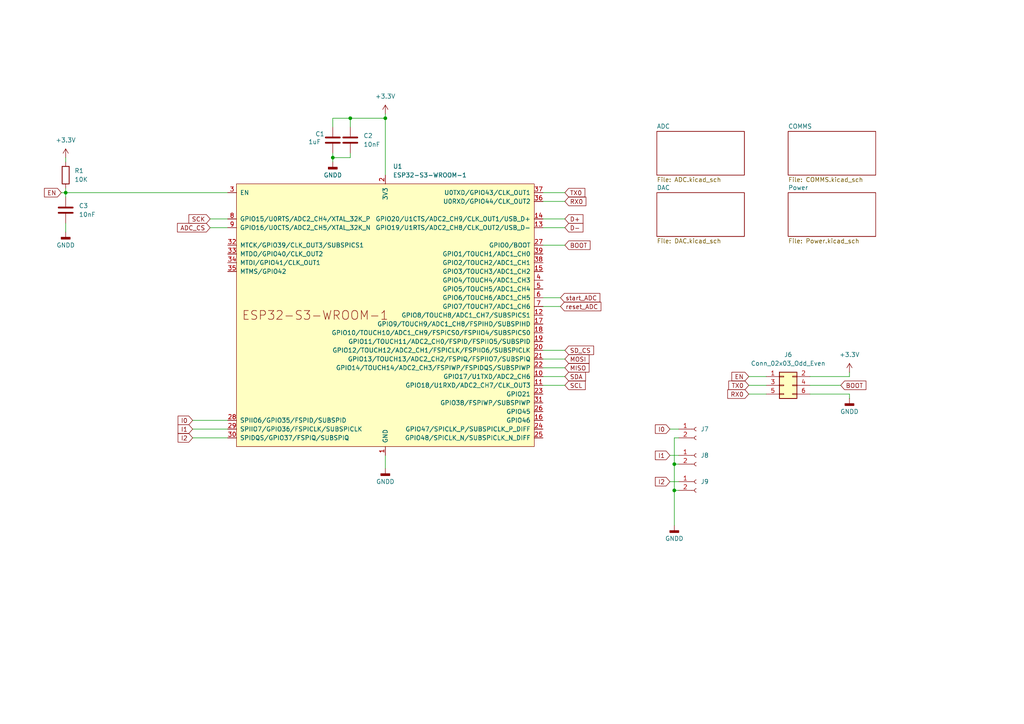
<source format=kicad_sch>
(kicad_sch (version 20231120) (generator "eeschema") (generator_version "8.0")
  (paper "A4")
  (lib_symbols
    (symbol "Connector:Conn_01x02_Socket" (pin_names (offset 1.016) hide)
      (property "Reference" "J" (at 0 2.54 0))
      (property "Value" "Conn_01x02_Socket" (at 0 -5.08 0))
      (symbol "Conn_01x02_Socket_1_1"
        (arc (start 0 -2.032) (mid -0.5058 -2.54) (end 0 -3.048) (stroke (width 0.1524)))
        (polyline (pts (xy -1.27 -2.54) (xy -0.508 -2.54)) (stroke (width 0.1524)))
        (polyline (pts (xy -1.27 0) (xy -0.508 0)) (stroke (width 0.1524)))
        (arc (start 0 0.508) (mid -0.5058 0) (end 0 -0.508) (stroke (width 0.1524)))
        (pin passive line (at -5.08 0 0) (length 3.81) (name "Pin_1") (number "1"))
        (pin passive line (at -5.08 -2.54 0) (length 3.81) (name "Pin_2") (number "2"))
      )
    )
    (symbol "Connector_Generic:Conn_02x03_Odd_Even" (pin_names (offset 1.016) hide)
      (property "Reference" "J" (at 1.27 5.08 0))
      (property "Value" "Conn_02x03_Odd_Even" (at 1.27 -5.08 0))
      (symbol "Conn_02x03_Odd_Even_1_1"
        (rectangle (start -1.27 -2.413) (end 0 -2.667) (stroke (width 0.1524)))
        (rectangle (start -1.27 0.127) (end 0 -0.127) (stroke (width 0.1524)))
        (rectangle (start -1.27 2.667) (end 0 2.413) (stroke (width 0.1524)))
        (rectangle (start -1.27 3.81) (end 3.81 -3.81) (stroke (width 0.254)) (fill (type background)))
        (rectangle (start 3.81 -2.413) (end 2.54 -2.667) (stroke (width 0.1524)))
        (rectangle (start 3.81 0.127) (end 2.54 -0.127) (stroke (width 0.1524)))
        (rectangle (start 3.81 2.667) (end 2.54 2.413) (stroke (width 0.1524)))
        (pin passive line (at -5.08 2.54 0) (length 3.81) (name "Pin_1") (number "1"))
        (pin passive line (at 7.62 2.54 180) (length 3.81) (name "Pin_2") (number "2"))
        (pin passive line (at -5.08 0 0) (length 3.81) (name "Pin_3") (number "3"))
        (pin passive line (at 7.62 0 180) (length 3.81) (name "Pin_4") (number "4"))
        (pin passive line (at -5.08 -2.54 0) (length 3.81) (name "Pin_5") (number "5"))
        (pin passive line (at 7.62 -2.54 180) (length 3.81) (name "Pin_6") (number "6"))
      )
    )
    (symbol "Device:C" (pin_numbers hide) (pin_names (offset 0.254))
      (property "Reference" "C" (at 0.635 2.54 0))
      (property "Value" "C" (at 0.635 -2.54 0))
      (symbol "C_0_1"
        (polyline (pts (xy -2.032 -0.762) (xy 2.032 -0.762)) (stroke (width 0.508)))
        (polyline (pts (xy -2.032 0.762) (xy 2.032 0.762)) (stroke (width 0.508)))
      )
      (symbol "C_1_1"
        (pin passive line (at 0 3.81 270) (length 2.794) (name "~") (number "1"))
        (pin passive line (at 0 -3.81 90) (length 2.794) (name "~") (number "2"))
      )
    )
    (symbol "Device:R" (pin_numbers hide) (pin_names (offset 0))
      (property "Reference" "R" (at 2.032 0 90))
      (property "Value" "R" (at 0 0 90))
      (symbol "R_0_1"
        (rectangle (start -1.016 -2.54) (end 1.016 2.54) (stroke (width 0.254)))
      )
      (symbol "R_1_1"
        (pin passive line (at 0 3.81 270) (length 1.27) (name "~") (number "1"))
        (pin passive line (at 0 -3.81 90) (length 1.27) (name "~") (number "2"))
      )
    )
    (symbol "Espressif:ESP32-S3-WROOM-1" (pin_names (offset 1.016))
      (property "Reference" "U" (at -43.18 43.18 0))
      (property "Value" "ESP32-S3-WROOM-1" (at -43.18 40.64 0))
      (symbol "ESP32-S3-WROOM-1_0_0"
        (text "ESP32-S3-WROOM-1" (at -20.32 0 0) (effects (font (size 2.54 2.54))))
        (pin power_in line (at 0 -40.64 90) (length 2.54) (name "GND") (number "1"))
        (pin bidirectional line (at 45.72 -17.78 180) (length 2.54) (name "GPIO17/U1TXD/ADC2_CH6") (number "10"))
        (pin bidirectional line (at 45.72 -20.32 180) (length 2.54) (name "GPIO18/U1RXD/ADC2_CH7/CLK_OUT3") (number "11"))
        (pin bidirectional line (at 45.72 0 180) (length 2.54) (name "GPIO8/TOUCH8/ADC1_CH7/SUBSPICS1") (number "12"))
        (pin bidirectional line (at 45.72 25.4 180) (length 2.54) (name "GPIO19/U1RTS/ADC2_CH8/CLK_OUT2/USB_D-") (number "13"))
        (pin bidirectional line (at 45.72 27.94 180) (length 2.54) (name "GPIO20/U1CTS/ADC2_CH9/CLK_OUT1/USB_D+") (number "14"))
        (pin bidirectional line (at 45.72 12.7 180) (length 2.54) (name "GPIO3/TOUCH3/ADC1_CH2") (number "15"))
        (pin bidirectional line (at 45.72 -30.48 180) (length 2.54) (name "GPIO46") (number "16"))
        (pin bidirectional line (at 45.72 -2.54 180) (length 2.54) (name "GPIO9/TOUCH9/ADC1_CH8/FSPIHD/SUBSPIHD") (number "17"))
        (pin bidirectional line (at 45.72 -5.08 180) (length 2.54) (name "GPIO10/TOUCH10/ADC1_CH9/FSPICS0/FSPIIO4/SUBSPICS0") (number "18"))
        (pin bidirectional line (at 45.72 -7.62 180) (length 2.54) (name "GPIO11/TOUCH11/ADC2_CH0/FSPID/FSPIIO5/SUBSPID") (number "19"))
        (pin power_in line (at 0 40.64 270) (length 2.54) (name "3V3") (number "2"))
        (pin bidirectional line (at 45.72 -10.16 180) (length 2.54) (name "GPIO12/TOUCH12/ADC2_CH1/FSPICLK/FSPIIO6/SUBSPICLK") (number "20"))
        (pin bidirectional line (at 45.72 -12.7 180) (length 2.54) (name "GPIO13/TOUCH13/ADC2_CH2/FSPIQ/FSPIIO7/SUBSPIQ") (number "21"))
        (pin bidirectional line (at 45.72 -15.24 180) (length 2.54) (name "GPIO14/TOUCH14/ADC2_CH3/FSPIWP/FSPIDQS/SUBSPIWP") (number "22"))
        (pin bidirectional line (at 45.72 -22.86 180) (length 2.54) (name "GPIO21") (number "23"))
        (pin bidirectional line (at 45.72 -33.02 180) (length 2.54) (name "GPIO47/SPICLK_P/SUBSPICLK_P_DIFF") (number "24"))
        (pin bidirectional line (at 45.72 -35.56 180) (length 2.54) (name "GPIO48/SPICLK_N/SUBSPICLK_N_DIFF") (number "25"))
        (pin bidirectional line (at 45.72 -27.94 180) (length 2.54) (name "GPIO45") (number "26"))
        (pin bidirectional line (at 45.72 20.32 180) (length 2.54) (name "GPIO0/BOOT") (number "27"))
        (pin bidirectional line (at -45.72 -30.48 0) (length 2.54) (name "SPIIO6/GPIO35/FSPID/SUBSPID") (number "28"))
        (pin bidirectional line (at -45.72 -33.02 0) (length 2.54) (name "SPIIO7/GPIO36/FSPICLK/SUBSPICLK") (number "29"))
        (pin input line (at -45.72 35.56 0) (length 2.54) (name "EN") (number "3"))
        (pin bidirectional line (at -45.72 -35.56 0) (length 2.54) (name "SPIDQS/GPIO37/FSPIQ/SUBSPIQ") (number "30"))
        (pin bidirectional line (at 45.72 -25.4 180) (length 2.54) (name "GPIO38/FSPIWP/SUBSPIWP") (number "31"))
        (pin bidirectional line (at -45.72 20.32 0) (length 2.54) (name "MTCK/GPIO39/CLK_OUT3/SUBSPICS1") (number "32"))
        (pin bidirectional line (at -45.72 17.78 0) (length 2.54) (name "MTDO/GPIO40/CLK_OUT2") (number "33"))
        (pin bidirectional line (at -45.72 15.24 0) (length 2.54) (name "MTDI/GPIO41/CLK_OUT1") (number "34"))
        (pin bidirectional line (at -45.72 12.7 0) (length 2.54) (name "MTMS/GPIO42") (number "35"))
        (pin bidirectional line (at 45.72 33.02 180) (length 2.54) (name "U0RXD/GPIO44/CLK_OUT2") (number "36"))
        (pin bidirectional line (at 45.72 35.56 180) (length 2.54) (name "U0TXD/GPIO43/CLK_OUT1") (number "37"))
        (pin bidirectional line (at 45.72 15.24 180) (length 2.54) (name "GPIO2/TOUCH2/ADC1_CH1") (number "38"))
        (pin bidirectional line (at 45.72 17.78 180) (length 2.54) (name "GPIO1/TOUCH1/ADC1_CH0") (number "39"))
        (pin bidirectional line (at 45.72 10.16 180) (length 2.54) (name "GPIO4/TOUCH4/ADC1_CH3") (number "4"))
        (pin passive line (at 0 -40.64 90) (length 2.54) hide (name "GND") (number "40"))
        (pin passive line (at 0 -40.64 90) (length 2.54) hide (name "GND") (number "41"))
        (pin bidirectional line (at 45.72 7.62 180) (length 2.54) (name "GPIO5/TOUCH5/ADC1_CH4") (number "5"))
        (pin bidirectional line (at 45.72 5.08 180) (length 2.54) (name "GPIO6/TOUCH6/ADC1_CH5") (number "6"))
        (pin bidirectional line (at 45.72 2.54 180) (length 2.54) (name "GPIO7/TOUCH7/ADC1_CH6") (number "7"))
        (pin bidirectional line (at -45.72 27.94 0) (length 2.54) (name "GPIO15/U0RTS/ADC2_CH4/XTAL_32K_P") (number "8"))
        (pin bidirectional line (at -45.72 25.4 0) (length 2.54) (name "GPIO16/U0CTS/ADC2_CH5/XTAL_32K_N") (number "9"))
      )
      (symbol "ESP32-S3-WROOM-1_0_1"
        (rectangle (start -43.18 38.1) (end 43.18 -38.1) (fill (type background)))
      )
    )
    (symbol "power:+3.3V" (power) (pin_numbers hide) (pin_names (offset 0) hide)
      (property "Value" "+3.3V" (at 0 3.556 0))
      (symbol "+3.3V_0_1"
        (polyline (pts (xy -0.762 1.27) (xy 0 2.54)))
        (polyline (pts (xy 0 0) (xy 0 2.54)))
        (polyline (pts (xy 0 2.54) (xy 0.762 1.27)))
      )
      (symbol "+3.3V_1_1"
        (pin power_in line (at 0 0 90) (length 0) (name "~") (number "1"))
      )
    )
    (symbol "power:GNDD" (power) (pin_numbers hide) (pin_names (offset 0) hide)
      (property "Value" "GNDD" (at 0 -3.175 0))
      (symbol "GNDD_0_1"
        (rectangle (start -1.27 -1.524) (end 1.27 -2.032) (stroke (width 0.254)) (fill (type outline)))
        (polyline (pts (xy 0 0) (xy 0 -1.524)))
      )
      (symbol "GNDD_1_1"
        (pin power_in line (at 0 0 270) (length 0) (name "~") (number "1"))
      )
    )
  )
  (junction (at 101.6 34.29))
  (junction (at 195.58 134.62))
  (junction (at 96.52 45.72))
  (junction (at 19.05 55.88))
  (junction (at 111.76 34.29))
  (junction (at 195.58 142.24))
  (wire (pts (xy 194.31 139.7) (xy 196.85 139.7)))
  (wire (pts (xy 101.6 34.29) (xy 101.6 36.83)))
  (wire (pts (xy 157.48 101.6) (xy 163.83 101.6)))
  (wire (pts (xy 111.76 33.02) (xy 111.76 34.29)))
  (wire (pts (xy 96.52 44.45) (xy 96.52 45.72)))
  (wire (pts (xy 217.17 114.3) (xy 222.25 114.3)))
  (wire (pts (xy 157.48 71.12) (xy 163.83 71.12)))
  (wire (pts (xy 234.95 114.3) (xy 246.38 114.3)))
  (wire (pts (xy 157.48 63.5) (xy 163.83 63.5)))
  (wire (pts (xy 101.6 34.29) (xy 111.76 34.29)))
  (wire (pts (xy 111.76 34.29) (xy 111.76 50.8)))
  (wire (pts (xy 60.96 63.5) (xy 66.04 63.5)))
  (wire (pts (xy 19.05 55.88) (xy 19.05 57.15)))
  (wire (pts (xy 195.58 142.24) (xy 195.58 152.4)))
  (wire (pts (xy 246.38 109.22) (xy 246.38 107.95)))
  (wire (pts (xy 96.52 45.72) (xy 96.52 46.99)))
  (wire (pts (xy 157.48 106.68) (xy 163.83 106.68)))
  (wire (pts (xy 19.05 55.88) (xy 66.04 55.88)))
  (wire (pts (xy 157.48 88.9) (xy 162.56 88.9)))
  (wire (pts (xy 195.58 127) (xy 196.85 127)))
  (wire (pts (xy 157.48 104.14) (xy 163.83 104.14)))
  (wire (pts (xy 60.96 66.04) (xy 66.04 66.04)))
  (wire (pts (xy 101.6 44.45) (xy 101.6 45.72)))
  (wire (pts (xy 217.17 111.76) (xy 222.25 111.76)))
  (wire (pts (xy 163.83 58.42) (xy 157.48 58.42)))
  (wire (pts (xy 157.48 66.04) (xy 163.83 66.04)))
  (wire (pts (xy 157.48 109.22) (xy 163.83 109.22)))
  (wire (pts (xy 17.78 55.88) (xy 19.05 55.88)))
  (wire (pts (xy 163.83 55.88) (xy 157.48 55.88)))
  (wire (pts (xy 19.05 45.72) (xy 19.05 46.99)))
  (wire (pts (xy 194.31 132.08) (xy 196.85 132.08)))
  (wire (pts (xy 111.76 132.08) (xy 111.76 135.89)))
  (wire (pts (xy 96.52 34.29) (xy 101.6 34.29)))
  (wire (pts (xy 195.58 134.62) (xy 195.58 127)))
  (wire (pts (xy 55.88 127) (xy 66.04 127)))
  (wire (pts (xy 234.95 111.76) (xy 243.84 111.76)))
  (wire (pts (xy 246.38 114.3) (xy 246.38 115.57)))
  (wire (pts (xy 195.58 134.62) (xy 196.85 134.62)))
  (wire (pts (xy 19.05 64.77) (xy 19.05 67.31)))
  (wire (pts (xy 234.95 109.22) (xy 246.38 109.22)))
  (wire (pts (xy 195.58 142.24) (xy 195.58 134.62)))
  (wire (pts (xy 96.52 36.83) (xy 96.52 34.29)))
  (wire (pts (xy 55.88 121.92) (xy 66.04 121.92)))
  (wire (pts (xy 101.6 45.72) (xy 96.52 45.72)))
  (wire (pts (xy 194.31 124.46) (xy 196.85 124.46)))
  (wire (pts (xy 19.05 54.61) (xy 19.05 55.88)))
  (wire (pts (xy 55.88 124.46) (xy 66.04 124.46)))
  (wire (pts (xy 195.58 142.24) (xy 196.85 142.24)))
  (wire (pts (xy 217.17 109.22) (xy 222.25 109.22)))
  (wire (pts (xy 157.48 111.76) (xy 163.83 111.76)))
  (wire (pts (xy 157.48 86.36) (xy 162.56 86.36)))
  (global_label "I2" (shape input) (at 55.88 127 180) (property "Intersheetrefs" "${INTERSHEET_REFS}" (effects (hide yes))))
  (global_label "I2" (shape input) (at 194.31 139.7 180) (property "Intersheetrefs" "${INTERSHEET_REFS}" (effects (hide yes))))
  (global_label "TX0" (shape input) (at 217.17 111.76 180) (property "Intersheetrefs" "${INTERSHEET_REFS}" (effects (hide yes))))
  (global_label "D+" (shape input) (at 163.83 63.5 0) (property "Intersheetrefs" "${INTERSHEET_REFS}" (effects (hide yes))))
  (global_label "I0" (shape input) (at 55.88 121.92 180) (property "Intersheetrefs" "${INTERSHEET_REFS}" (effects (hide yes))))
  (global_label "RX0" (shape input) (at 163.83 58.42 0) (property "Intersheetrefs" "${INTERSHEET_REFS}" (effects (hide yes))))
  (global_label "start_ADC" (shape input) (at 162.56 86.36 0) (property "Intersheetrefs" "${INTERSHEET_REFS}" (effects (hide yes))))
  (global_label "D-" (shape input) (at 163.83 66.04 0) (property "Intersheetrefs" "${INTERSHEET_REFS}" (effects (hide yes))))
  (global_label "MISO" (shape input) (at 163.83 106.68 0) (property "Intersheetrefs" "${INTERSHEET_REFS}" (effects (hide yes))))
  (global_label "BOOT" (shape input) (at 243.84 111.76 0) (property "Intersheetrefs" "${INTERSHEET_REFS}" (effects (hide yes))))
  (global_label "EN" (shape input) (at 17.78 55.88 180) (property "Intersheetrefs" "${INTERSHEET_REFS}" (effects (hide yes))))
  (global_label "EN" (shape input) (at 217.17 109.22 180) (property "Intersheetrefs" "${INTERSHEET_REFS}" (effects (hide yes))))
  (global_label "TX0" (shape input) (at 163.83 55.88 0) (property "Intersheetrefs" "${INTERSHEET_REFS}" (effects (hide yes))))
  (global_label "SDA" (shape input) (at 163.83 109.22 0) (property "Intersheetrefs" "${INTERSHEET_REFS}" (effects (hide yes))))
  (global_label "MOSI" (shape input) (at 163.83 104.14 0) (property "Intersheetrefs" "${INTERSHEET_REFS}" (effects (hide yes))))
  (global_label "I1" (shape input) (at 194.31 132.08 180) (property "Intersheetrefs" "${INTERSHEET_REFS}" (effects (hide yes))))
  (global_label "SD_CS" (shape input) (at 163.83 101.6 0) (property "Intersheetrefs" "${INTERSHEET_REFS}" (effects (hide yes))))
  (global_label "SCL" (shape input) (at 163.83 111.76 0) (property "Intersheetrefs" "${INTERSHEET_REFS}" (effects (hide yes))))
  (global_label "I1" (shape input) (at 55.88 124.46 180) (property "Intersheetrefs" "${INTERSHEET_REFS}" (effects (hide yes))))
  (global_label "SCK" (shape input) (at 60.96 63.5 180) (property "Intersheetrefs" "${INTERSHEET_REFS}" (effects (hide yes))))
  (global_label "I0" (shape input) (at 194.31 124.46 180) (property "Intersheetrefs" "${INTERSHEET_REFS}" (effects (hide yes))))
  (global_label "ADC_CS" (shape input) (at 60.96 66.04 180) (property "Intersheetrefs" "${INTERSHEET_REFS}" (effects (hide yes))))
  (global_label "BOOT" (shape input) (at 163.83 71.12 0) (property "Intersheetrefs" "${INTERSHEET_REFS}" (effects (hide yes))))
  (global_label "reset_ADC" (shape input) (at 162.56 88.9 0) (property "Intersheetrefs" "${INTERSHEET_REFS}" (effects (hide yes))))
  (global_label "RX0" (shape input) (at 217.17 114.3 180) (property "Intersheetrefs" "${INTERSHEET_REFS}" (effects (hide yes))))
  (symbol (lib_id "power:GNDD") (at 246.38 115.57 0) (unit 1)
    (property "Reference" "#PWR093" (effects (hide yes)))
    (property "Value" "GNDD" (at 246.38 119.38 0))
    (property "Description" "Power symbol creates a global label with name \"GNDD\" , digital ground" (effects (hide yes)))
  )
  (symbol (lib_id "Device:C") (at 101.6 40.64 0) (unit 1)
    (property "Reference" "C2" (at 105.41 39.3699 0) (effects (justify left)))
    (property "Value" "10nF" (at 105.41 41.9099 0) (effects (justify left)))
    (property "Footprint" "Capacitor_SMD:C_0603_1608Metric_Pad1.08x0.95mm_HandSolder" (effects (hide yes)))
    (property "Description" "Unpolarized capacitor" (effects (hide yes)))
  )
  (symbol (lib_id "Device:C") (at 96.52 40.64 0) (unit 1)
    (property "Reference" "C1" (at 91.44 38.862 0) (effects (justify left)))
    (property "Value" "1uF" (at 89.408 41.148 0) (effects (justify left)))
    (property "Footprint" "Capacitor_SMD:C_1210_3225Metric_Pad1.33x2.70mm_HandSolder" (effects (hide yes)))
    (property "Description" "Unpolarized capacitor" (effects (hide yes)))
  )
  (symbol (lib_id "power:+3.3V") (at 246.38 107.95 0) (unit 1)
    (property "Reference" "#PWR092" (effects (hide yes)))
    (property "Value" "+3.3V" (at 246.38 102.87 0))
    (property "Description" "Power symbol creates a global label with name \"+3.3V\"" (effects (hide yes)))
  )
  (symbol (lib_id "power:+3.3V") (at 111.76 33.02 0) (unit 1)
    (property "Reference" "#PWR01" (effects (hide yes)))
    (property "Value" "+3.3V" (at 111.76 27.94 0))
    (property "Description" "Power symbol creates a global label with name \"+3.3V\"" (effects (hide yes)))
  )
  (symbol (lib_id "power:GNDD") (at 195.58 152.4 0) (unit 1)
    (property "Reference" "#PWR095" (effects (hide yes)))
    (property "Value" "GNDD" (at 195.58 156.21 0))
    (property "Description" "Power symbol creates a global label with name \"GNDD\" , digital ground" (effects (hide yes)))
  )
  (symbol (lib_id "Espressif:ESP32-S3-WROOM-1") (at 111.76 91.44 0) (unit 1)
    (property "Reference" "U1" (at 113.9541 48.26 0) (effects (justify left)))
    (property "Value" "ESP32-S3-WROOM-1" (at 113.9541 50.8 0) (effects (justify left)))
    (property "Footprint" "Espressif:ESP32-S3-WROOM-1" (effects (hide yes)))
    (property "Datasheet" "https://www.espressif.com/sites/default/files/documentation/esp32-s3-wroom-1_wroom-1u_datasheet_en.pdf" (effects (hide yes)))
    (property "Description" "2.4 GHz WiFi (802.11 b/g/n) and Bluetooth ® 5 (LE) module Built around ESP32S3 series of SoCs, Xtensa ® dualcore 32bit LX7 microprocessor Flash up to 16 MB, PSRAM up to 8 MB 36 GPIOs, rich set of peripherals Onboard PCB antenna" (effects (hide yes)))
  )
  (symbol (lib_id "power:GNDD") (at 111.76 135.89 0) (unit 1)
    (property "Reference" "#PWR05" (effects (hide yes)))
    (property "Value" "GNDD" (at 111.76 139.7 0))
    (property "Description" "Power symbol creates a global label with name \"GNDD\" , digital ground" (effects (hide yes)))
  )
  (symbol (lib_id "power:GNDD") (at 96.52 46.99 0) (unit 1)
    (property "Reference" "#PWR03" (effects (hide yes)))
    (property "Value" "GNDD" (at 96.52 50.8 0))
    (property "Description" "Power symbol creates a global label with name \"GNDD\" , digital ground" (effects (hide yes)))
  )
  (symbol (lib_id "power:GNDD") (at 19.05 67.31 0) (unit 1)
    (property "Reference" "#PWR04" (effects (hide yes)))
    (property "Value" "GNDD" (at 19.05 71.12 0))
    (property "Description" "Power symbol creates a global label with name \"GNDD\" , digital ground" (effects (hide yes)))
  )
  (symbol (lib_id "Connector:Conn_01x02_Socket") (at 201.93 124.46 0) (unit 1)
    (property "Reference" "J7" (at 203.2 124.4599 0) (effects (justify left)))
    (property "Value" "Conn_01x02_Socket" (effects (hide yes)))
    (property "Footprint" "Connector_JST:JST_XA_B02B-XASK-1-A_1x02_P2.50mm_Vertical" (effects (hide yes)))
    (property "Description" "Generic connector, single row, 01x02, script generated" (effects (hide yes)))
  )
  (symbol (lib_id "Connector_Generic:Conn_02x03_Odd_Even") (at 227.33 111.76 0) (unit 1)
    (property "Reference" "J6" (at 228.6 102.87 0))
    (property "Value" "Conn_02x03_Odd_Even" (at 228.6 105.41 0))
    (property "Footprint" "Connector_PinHeader_2.54mm:PinHeader_2x03_P2.54mm_Vertical" (effects (hide yes)))
    (property "Description" "Generic connector, double row, 02x03, odd/even pin numbering scheme (row 1 odd numbers, row 2 even numbers), script generated (kicad-library-utils/schlib/autogen/connector/)" (effects (hide yes)))
  )
  (symbol (lib_id "Device:R") (at 19.05 50.8 0) (unit 1)
    (property "Reference" "R1" (at 21.59 49.5299 0) (effects (justify left)))
    (property "Value" "10K" (at 21.59 52.0699 0) (effects (justify left)))
    (property "Footprint" "Resistor_SMD:R_0402_1005Metric_Pad0.72x0.64mm_HandSolder" (effects (hide yes)))
    (property "Description" "Resistor" (effects (hide yes)))
  )
  (symbol (lib_id "Connector:Conn_01x02_Socket") (at 201.93 132.08 0) (unit 1)
    (property "Reference" "J8" (at 203.2 132.0799 0) (effects (justify left)))
    (property "Value" "Conn_01x02_Socket" (effects (hide yes)))
    (property "Footprint" "Connector_JST:JST_XA_B02B-XASK-1-A_1x02_P2.50mm_Vertical" (effects (hide yes)))
    (property "Description" "Generic connector, single row, 01x02, script generated" (effects (hide yes)))
  )
  (symbol (lib_id "Connector:Conn_01x02_Socket") (at 201.93 139.7 0) (unit 1)
    (property "Reference" "J9" (at 203.2 139.6999 0) (effects (justify left)))
    (property "Value" "Conn_01x02_Socket" (effects (hide yes)))
    (property "Footprint" "Connector_JST:JST_XA_B02B-XASK-1-A_1x02_P2.50mm_Vertical" (effects (hide yes)))
    (property "Description" "Generic connector, single row, 01x02, script generated" (effects (hide yes)))
  )
  (symbol (lib_id "Device:C") (at 19.05 60.96 0) (unit 1)
    (property "Reference" "C3" (at 22.86 59.6899 0) (effects (justify left)))
    (property "Value" "10nF" (at 22.86 62.2299 0) (effects (justify left)))
    (property "Footprint" "Capacitor_SMD:C_0603_1608Metric_Pad1.08x0.95mm_HandSolder" (effects (hide yes)))
    (property "Description" "Unpolarized capacitor" (effects (hide yes)))
  )
  (symbol (lib_id "power:+3.3V") (at 19.05 45.72 0) (unit 1)
    (property "Reference" "#PWR02" (effects (hide yes)))
    (property "Value" "+3.3V" (at 19.05 40.64 0))
    (property "Description" "Power symbol creates a global label with name \"+3.3V\"" (effects (hide yes)))
  )
  (sheet (at 190.5 55.88) (size 25.4 12.7) (stroke (width 0.1524))
    (property "Sheetname" "DAC" (at 190.5 55.1684 0) (effects (justify left bottom)))
    (property "Sheetfile" "DAC.kicad_sch" (at 190.5 69.1646 0) (effects (justify left top)))
  )
  (sheet (at 228.6 55.88) (size 25.4 12.7) (stroke (width 0.1524))
    (property "Sheetname" "Power" (at 228.6 55.1684 0) (effects (justify left bottom)))
    (property "Sheetfile" "Power.kicad_sch" (at 228.6 69.1646 0) (effects (justify left top)))
  )
  (sheet (at 190.5 38.1) (size 25.4 12.7) (stroke (width 0.1524))
    (property "Sheetname" "ADC" (at 190.5 37.3884 0) (effects (justify left bottom)))
    (property "Sheetfile" "ADC.kicad_sch" (at 190.5 51.3846 0) (effects (justify left top)))
  )
  (sheet (at 228.6 38.1) (size 25.4 12.7) (stroke (width 0.1524))
    (property "Sheetname" "COMMS" (at 228.6 37.3884 0) (effects (justify left bottom)))
    (property "Sheetfile" "COMMS.kicad_sch" (at 228.6 51.3846 0) (effects (justify left top)))
  )
)
</source>
